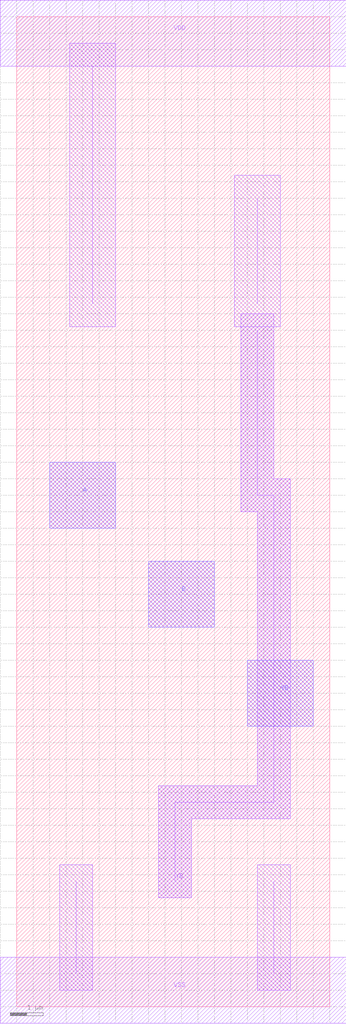
<source format=lef>
VERSION 5.5 ;
NAMESCASESENSITIVE ON ;
BUSBITCHARS "[]" ;
DIVIDERCHAR "/" ;

MACRO nr21
  CLASS CORE ;
  SOURCE USER ;
  ORIGIN 0 0 ;
  SIZE 9.500 BY 30.000 ;
  SYMMETRY X Y ;
  SITE unit ;
 
  PIN A
    USE SIGNAL ;
    PORT
      LAYER ML1 ;
        POLYGON 1.000 14.500  1.000 16.500  3.000 16.500  3.000 14.500  1.000 
        14.500  ;
    END
    PORT
      LAYER ML2 ;
        POLYGON 1.000 14.500  1.000 16.500  3.000 16.500  3.000 14.500  1.000 
        14.500  ;
    END
  END A
  PIN B
    USE SIGNAL ;
    PORT
      LAYER ML1 ;
        POLYGON 4.000 11.500  4.000 13.500  6.000 13.500  6.000 11.500  4.000 
        11.500  ;
    END
    PORT
      LAYER ML2 ;
        POLYGON 4.000 11.500  4.000 13.500  6.000 13.500  6.000 11.500  4.000 
        11.500  ;
    END
  END B
  PIN VDD
    USE POWER ;
    PORT
      LAYER ML1 ;
        RECT -0.500 28.500  10.000 30.500  ;
    END
  END VDD
  PIN VSS
    USE GROUND ;
    PORT
      LAYER ML1 ;
        RECT -0.500 -0.500  10.000 1.500  ;
    END
  END VSS
  PIN YB
    USE SIGNAL ;
    PORT
      LAYER ML1 ;
        WIDTH 1.000  ;
        PATH 4.800 3.800 4.800 6.200 7.800 6.200 7.800 15.500 7.300 15.500 
        7.300 20.500  ;
    END
    PORT
      LAYER ML1 ;
        POLYGON 7.000 8.500  7.000 10.500  9.000 10.500  9.000 8.500  7.000 
        8.500  ;
    END
    PORT
      LAYER ML2 ;
        POLYGON 7.000 8.500  7.000 10.500  9.000 10.500  9.000 8.500  7.000 
        8.500  ;
    END
  END YB
  OBS

    LAYER ML1 ;

      WIDTH 1.000  ;
      PATH 4.800 3.800 4.800 6.200 7.800 6.200 7.800 15.500 7.300 15.500 7.300 
      20.500  ;
      WIDTH 1.000  ;
      PATH 1.800 1.000 1.800 3.800  ;
      WIDTH 1.400  ;
      PATH 7.300 21.300 7.300 24.500  ;

      WIDTH 1.400  ;
      PATH 2.300 21.300 2.300 28.500  ;
      WIDTH 1.000  ;
      PATH 7.800 1.000 7.800 3.800  ;

    VIA 1.800 3.800  dcont ;
    VIA 2.300 22.500  dcont ;
    VIA 2.300 20.500  dcont ;
    VIA 2.300 24.500  dcont ;
    VIA 4.800 3.800  dcont ;
    VIA 7.800 3.800  dcont ;
    VIA 7.300 20.500  dcont ;
    VIA 7.300 22.500  dcont ;
    VIA 7.300 24.500  dcont ;
    VIA 5.000 12.500  pcont ;
    VIA 5.500 29.500  nsubcont ;
    VIA 2.000 15.500  pcont ;
    VIA 5.000 0.500  psubcont ;
  END
END nr21

MACRO dcont
  CLASS CORE ;
  OBS
    LAYER ML1 ;
      RECT -1.000 -1.000  1.000 1.000  ;
  END
END dcont

MACRO pcont
  CLASS CORE ;
  OBS
    LAYER ML1 ;
      RECT -1.000 -1.000  1.000 1.000  ;
  END
END pcont

MACRO nsubcont
  CLASS CORE ;
  OBS
    LAYER ML1 ;
      RECT -1.000 -1.000  1.000 1.000  ;
  END
END nsubcont

MACRO psubcont
  CLASS CORE ;
  OBS
    LAYER ML1 ;
      RECT -1.000 -1.000  1.000 1.000  ;
  END
END psubcont


END LIBRARY

</source>
